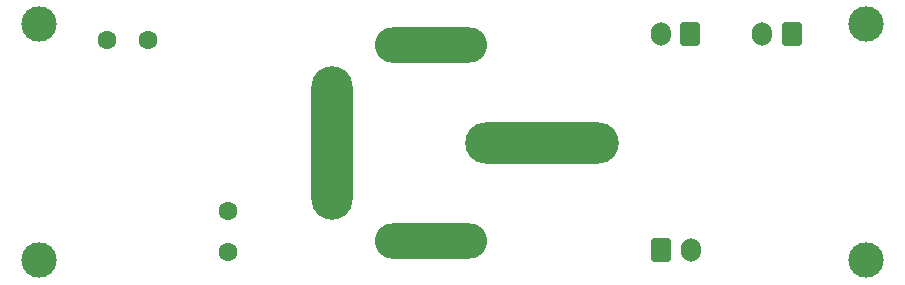
<source format=gbr>
%TF.GenerationSoftware,KiCad,Pcbnew,8.0.8*%
%TF.CreationDate,2026-01-07T21:13:01+09:00*%
%TF.ProjectId,emergency_board_NHK2026,656d6572-6765-46e6-9379-5f626f617264,rev?*%
%TF.SameCoordinates,Original*%
%TF.FileFunction,Soldermask,Bot*%
%TF.FilePolarity,Negative*%
%FSLAX46Y46*%
G04 Gerber Fmt 4.6, Leading zero omitted, Abs format (unit mm)*
G04 Created by KiCad (PCBNEW 8.0.8) date 2026-01-07 21:13:01*
%MOMM*%
%LPD*%
G01*
G04 APERTURE LIST*
G04 Aperture macros list*
%AMRoundRect*
0 Rectangle with rounded corners*
0 $1 Rounding radius*
0 $2 $3 $4 $5 $6 $7 $8 $9 X,Y pos of 4 corners*
0 Add a 4 corners polygon primitive as box body*
4,1,4,$2,$3,$4,$5,$6,$7,$8,$9,$2,$3,0*
0 Add four circle primitives for the rounded corners*
1,1,$1+$1,$2,$3*
1,1,$1+$1,$4,$5*
1,1,$1+$1,$6,$7*
1,1,$1+$1,$8,$9*
0 Add four rect primitives between the rounded corners*
20,1,$1+$1,$2,$3,$4,$5,0*
20,1,$1+$1,$4,$5,$6,$7,0*
20,1,$1+$1,$6,$7,$8,$9,0*
20,1,$1+$1,$8,$9,$2,$3,0*%
G04 Aperture macros list end*
%ADD10O,3.500000X13.000000*%
%ADD11O,13.000000X3.500000*%
%ADD12O,9.500000X3.000000*%
%ADD13C,3.000000*%
%ADD14C,1.600000*%
%ADD15RoundRect,0.250000X0.600000X0.750000X-0.600000X0.750000X-0.600000X-0.750000X0.600000X-0.750000X0*%
%ADD16O,1.700000X2.000000*%
%ADD17RoundRect,0.250000X-0.600000X-0.750000X0.600000X-0.750000X0.600000X0.750000X-0.600000X0.750000X0*%
G04 APERTURE END LIST*
D10*
%TO.C,K1*%
X48000000Y-33300000D03*
D11*
X65800000Y-33300000D03*
D12*
X56400000Y-25000000D03*
X56400000Y-41600000D03*
%TD*%
D13*
%TO.C,REF\u002A\u002A*%
X23250000Y-43250000D03*
%TD*%
%TO.C,REF\u002A\u002A*%
X93250000Y-23250000D03*
%TD*%
%TO.C,REF\u002A\u002A*%
X93250000Y-43250000D03*
%TD*%
%TO.C,REF\u002A\u002A*%
X23250000Y-23250000D03*
%TD*%
D14*
%TO.C,C2*%
X28950000Y-24600000D03*
X32450000Y-24600000D03*
%TD*%
%TO.C,C3*%
X39200000Y-39050000D03*
X39200000Y-42550000D03*
%TD*%
D15*
%TO.C,J1*%
X78350000Y-24050000D03*
D16*
X75850000Y-24050000D03*
%TD*%
D17*
%TO.C,J2*%
X75900000Y-42350000D03*
D16*
X78400000Y-42350000D03*
%TD*%
D15*
%TO.C,J3*%
X86950000Y-24050000D03*
D16*
X84450000Y-24050000D03*
%TD*%
M02*

</source>
